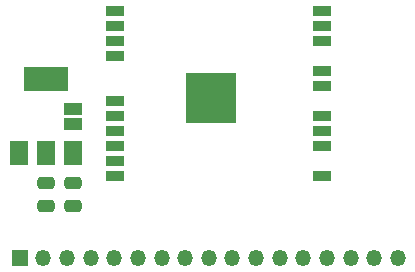
<source format=gbr>
%TF.GenerationSoftware,KiCad,Pcbnew,(6.0.8)*%
%TF.CreationDate,2023-06-07T12:36:53+01:00*%
%TF.ProjectId,BlueRetro_Universal_HW1_3v3,426c7565-5265-4747-926f-5f556e697665,rev?*%
%TF.SameCoordinates,Original*%
%TF.FileFunction,Soldermask,Top*%
%TF.FilePolarity,Negative*%
%FSLAX46Y46*%
G04 Gerber Fmt 4.6, Leading zero omitted, Abs format (unit mm)*
G04 Created by KiCad (PCBNEW (6.0.8)) date 2023-06-07 12:36:53*
%MOMM*%
%LPD*%
G01*
G04 APERTURE LIST*
G04 Aperture macros list*
%AMRoundRect*
0 Rectangle with rounded corners*
0 $1 Rounding radius*
0 $2 $3 $4 $5 $6 $7 $8 $9 X,Y pos of 4 corners*
0 Add a 4 corners polygon primitive as box body*
4,1,4,$2,$3,$4,$5,$6,$7,$8,$9,$2,$3,0*
0 Add four circle primitives for the rounded corners*
1,1,$1+$1,$2,$3*
1,1,$1+$1,$4,$5*
1,1,$1+$1,$6,$7*
1,1,$1+$1,$8,$9*
0 Add four rect primitives between the rounded corners*
20,1,$1+$1,$2,$3,$4,$5,0*
20,1,$1+$1,$4,$5,$6,$7,0*
20,1,$1+$1,$6,$7,$8,$9,0*
20,1,$1+$1,$8,$9,$2,$3,0*%
G04 Aperture macros list end*
%ADD10C,0.475000*%
%ADD11R,4.200000X4.200000*%
%ADD12R,1.500000X0.900000*%
%ADD13R,1.500000X2.000000*%
%ADD14R,3.800000X2.000000*%
%ADD15R,1.500000X1.000000*%
%ADD16O,1.350000X1.350000*%
%ADD17R,1.350000X1.350000*%
%ADD18RoundRect,0.250000X-0.475000X0.250000X-0.475000X-0.250000X0.475000X-0.250000X0.475000X0.250000X0*%
G04 APERTURE END LIST*
D10*
%TO.C,U2*%
X149016000Y-57532300D03*
X150541000Y-59057300D03*
D11*
X149016000Y-58294800D03*
D10*
X148253500Y-58294800D03*
X149778500Y-58294800D03*
X149016000Y-59057300D03*
X150541000Y-57532300D03*
X148253500Y-56769800D03*
X148253500Y-59819800D03*
X147491000Y-59057300D03*
X149778500Y-56769800D03*
X149778500Y-59819800D03*
X147491000Y-57532300D03*
D12*
X158446000Y-50954800D03*
X158446000Y-52224800D03*
X158446000Y-53494800D03*
X158446000Y-56034800D03*
X158446000Y-57304800D03*
X158446000Y-59844800D03*
X158446000Y-61114800D03*
X158446000Y-62384800D03*
X158446000Y-64924800D03*
X140946000Y-64924800D03*
X140946000Y-63654800D03*
X140946000Y-62384800D03*
X140946000Y-61114800D03*
X140946000Y-59844800D03*
X140946000Y-58574800D03*
X140946000Y-54764800D03*
X140946000Y-53494800D03*
X140946000Y-52224800D03*
X140946000Y-50954800D03*
%TD*%
D13*
%TO.C,U1*%
X137377200Y-62994800D03*
X135077200Y-62994800D03*
D14*
X135077200Y-56694800D03*
D13*
X132777200Y-62994800D03*
%TD*%
D15*
%TO.C,JP1*%
X137377200Y-59194800D03*
X137377200Y-60494800D03*
%TD*%
D16*
%TO.C,J1*%
X164869400Y-71805800D03*
X162869400Y-71805800D03*
X160869400Y-71805800D03*
X158869400Y-71805800D03*
X156869400Y-71805800D03*
X154869400Y-71805800D03*
X152869400Y-71805800D03*
X150869400Y-71805800D03*
X148869400Y-71805800D03*
X146869400Y-71805800D03*
X144869400Y-71805800D03*
X142869400Y-71805800D03*
X140869400Y-71805800D03*
X138869400Y-71805800D03*
X136869400Y-71805800D03*
X134869400Y-71805800D03*
D17*
X132869400Y-71805800D03*
%TD*%
D18*
%TO.C,C2*%
X135077200Y-67414800D03*
X135077200Y-65514800D03*
%TD*%
%TO.C,C1*%
X137377200Y-67414800D03*
X137377200Y-65514800D03*
%TD*%
M02*

</source>
